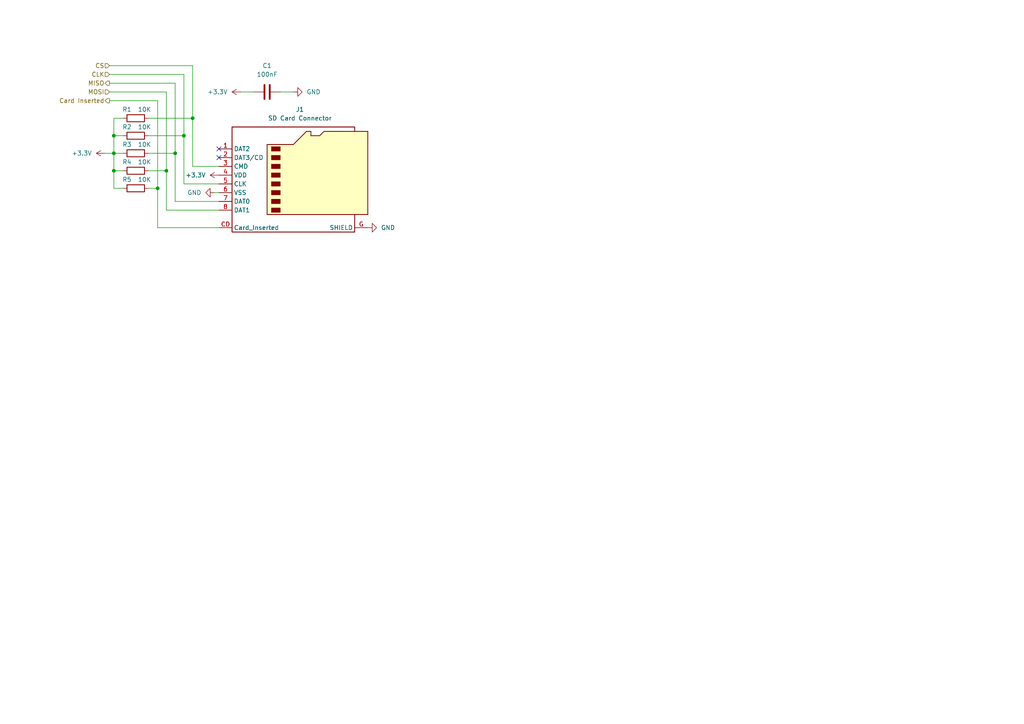
<source format=kicad_sch>
(kicad_sch (version 20230121) (generator eeschema)
  (paper "A4")
  (lib_symbols
    (symbol "Way to silence:C" (pin_numbers hide) (pin_names (offset 0.254))
      (property "Reference" "C" (at -3.81 1.27 0))
      (property "Value" "C" (at 2.54 1.27 0))
      (symbol "C_0_1"
        (polyline (pts (xy -0.762 -2.032) (xy -0.762 2.032)) (stroke (width 0.508)))
        (polyline (pts (xy 0.762 -2.032) (xy 0.762 2.032)) (stroke (width 0.508)))
      )
      (symbol "C_1_1"
        (pin passive line (at -3.81 0 0) (length 2.794) (name "~") (number "1"))
        (pin passive line (at 3.81 0 180) (length 2.794) (name "~") (number "2"))
      )
    )
    (symbol "Way to silence:R" (pin_numbers hide) (pin_names (offset 0))
      (property "Reference" "R" (at 0 2.032 0))
      (property "Value" "R" (at 0 0 0))
      (symbol "R_0_1"
        (rectangle (start 2.54 -1.016) (end -2.54 1.016) (stroke (width 0.254)))
      )
      (symbol "R_1_1"
        (pin passive line (at -3.81 0 0) (length 1.27) (name "~") (number "1"))
        (pin passive line (at 3.81 0 180) (length 1.27) (name "~") (number "2"))
      )
    )
    (symbol "Way to silence:SD_Card_Connector"
      (property "Reference" "J" (at 0 0 0))
      (property "Value" "SD Card Connector" (at 6.35 3.81 0))
      (symbol "SD_Card_Connector_0_1"
        (rectangle (start -8.89 -8.255) (end -6.35 -9.525) (fill (type outline)))
        (rectangle (start -8.89 -5.715) (end -6.35 -6.985) (fill (type outline)))
        (rectangle (start -8.89 -3.175) (end -6.35 -4.445) (fill (type outline)))
        (rectangle (start -8.89 -0.635) (end -6.35 -1.905) (fill (type outline)))
        (rectangle (start -8.89 1.905) (end -6.35 0.635) (fill (type outline)))
        (rectangle (start -8.89 4.445) (end -6.35 3.175) (fill (type outline)))
        (rectangle (start -8.89 6.985) (end -6.35 5.715) (fill (type outline)))
        (rectangle (start -8.89 9.525) (end -6.35 8.255) (fill (type outline)))
        (polyline (pts (xy 15.24 13.97) (xy 15.24 15.24) (xy -20.32 15.24) (xy -20.32 -15.24) (xy 15.24 -15.24) (xy 15.24 -10.16)) (stroke (width 0.254)))
        (polyline (pts (xy -10.16 -10.16) (xy -10.16 10.16) (xy -2.54 10.16) (xy 1.27 13.97) (xy 2.54 13.97) (xy 2.54 12.7) (xy 5.08 12.7) (xy 6.35 13.97) (xy 19.05 13.97) (xy 19.05 -10.16) (xy -10.16 -10.16)) (stroke (width 0.254)) (fill (type background)))
      )
      (symbol "SD_Card_Connector_1_1"
        (pin bidirectional line (at -24.13 8.89 0) (length 3.81) (name "DAT2") (number "1"))
        (pin bidirectional line (at -24.13 6.35 0) (length 3.81) (name "DAT3/CD") (number "2"))
        (pin input line (at -24.13 3.81 0) (length 3.81) (name "CMD") (number "3"))
        (pin power_in line (at -24.13 1.27 0) (length 3.81) (name "VDD") (number "4"))
        (pin input line (at -24.13 -1.27 0) (length 3.81) (name "CLK") (number "5"))
        (pin power_in line (at -24.13 -3.81 0) (length 3.81) (name "VSS") (number "6"))
        (pin bidirectional line (at -24.13 -6.35 0) (length 3.81) (name "DAT0") (number "7"))
        (pin bidirectional line (at -24.13 -8.89 0) (length 3.81) (name "DAT1") (number "8"))
        (pin output line (at -24.13 -13.97 0) (length 3.81) (name "Card_Inserted") (number "CD"))
        (pin passive line (at 19.05 -13.97 180) (length 3.81) (name "SHIELD") (number "G"))
      )
    )
    (symbol "power:+3.3V" (power) (pin_names (offset 0))
      (property "Value" "+3.3V" (at 0 3.556 0))
      (symbol "+3.3V_0_1"
        (polyline (pts (xy -0.762 1.27) (xy 0 2.54)))
        (polyline (pts (xy 0 0) (xy 0 2.54)))
        (polyline (pts (xy 0 2.54) (xy 0.762 1.27)))
      )
      (symbol "+3.3V_1_1"
        (pin power_in line (at 0 0 90) (length 0) hide (name "+3.3V") (number "1"))
      )
    )
    (symbol "power:GND" (power) (pin_names (offset 0))
      (property "Value" "GND" (at 0 -3.81 0))
      (symbol "GND_0_1"
        (polyline (pts (xy 0 0) (xy 0 -1.27) (xy 1.27 -1.27) (xy 0 -2.54) (xy -1.27 -1.27) (xy 0 -1.27)))
      )
      (symbol "GND_1_1"
        (pin power_in line (at 0 0 270) (length 0) hide (name "GND") (number "1"))
      )
    )
  )
  (junction (at 48.26 49.53))
  (junction (at 50.8 44.45))
  (junction (at 45.72 54.61))
  (junction (at 33.02 39.37))
  (junction (at 33.02 44.45))
  (junction (at 55.88 34.29))
  (junction (at 53.34 39.37))
  (junction (at 33.02 49.53))
  (no_connect (at 63.5 45.72))
  (no_connect (at 63.5 43.18))
  (wire (pts (xy 45.72 66.04) (xy 63.5 66.04)))
  (wire (pts (xy 53.34 21.59) (xy 31.75 21.59)))
  (wire (pts (xy 50.8 44.45) (xy 50.8 58.42)))
  (wire (pts (xy 43.18 44.45) (xy 50.8 44.45)))
  (wire (pts (xy 53.34 21.59) (xy 53.34 39.37)))
  (wire (pts (xy 48.26 26.67) (xy 48.26 49.53)))
  (wire (pts (xy 31.75 29.21) (xy 45.72 29.21)))
  (wire (pts (xy 33.02 49.53) (xy 33.02 44.45)))
  (wire (pts (xy 43.18 39.37) (xy 53.34 39.37)))
  (wire (pts (xy 33.02 54.61) (xy 33.02 49.53)))
  (wire (pts (xy 55.88 19.05) (xy 55.88 34.29)))
  (wire (pts (xy 63.5 53.34) (xy 53.34 53.34)))
  (wire (pts (xy 33.02 39.37) (xy 33.02 34.29)))
  (wire (pts (xy 69.85 26.67) (xy 73.66 26.67)))
  (wire (pts (xy 35.56 54.61) (xy 33.02 54.61)))
  (wire (pts (xy 33.02 44.45) (xy 35.56 44.45)))
  (wire (pts (xy 45.72 29.21) (xy 45.72 54.61)))
  (wire (pts (xy 55.88 34.29) (xy 55.88 48.26)))
  (wire (pts (xy 43.18 54.61) (xy 45.72 54.61)))
  (wire (pts (xy 33.02 49.53) (xy 35.56 49.53)))
  (wire (pts (xy 63.5 48.26) (xy 55.88 48.26)))
  (wire (pts (xy 50.8 24.13) (xy 50.8 44.45)))
  (wire (pts (xy 62.23 55.88) (xy 63.5 55.88)))
  (wire (pts (xy 31.75 26.67) (xy 48.26 26.67)))
  (wire (pts (xy 81.28 26.67) (xy 85.09 26.67)))
  (wire (pts (xy 30.48 44.45) (xy 33.02 44.45)))
  (wire (pts (xy 43.18 34.29) (xy 55.88 34.29)))
  (wire (pts (xy 33.02 44.45) (xy 33.02 39.37)))
  (wire (pts (xy 33.02 39.37) (xy 35.56 39.37)))
  (wire (pts (xy 33.02 34.29) (xy 35.56 34.29)))
  (wire (pts (xy 63.5 60.96) (xy 48.26 60.96)))
  (wire (pts (xy 31.75 24.13) (xy 50.8 24.13)))
  (wire (pts (xy 53.34 39.37) (xy 53.34 53.34)))
  (wire (pts (xy 50.8 58.42) (xy 63.5 58.42)))
  (wire (pts (xy 55.88 19.05) (xy 31.75 19.05)))
  (wire (pts (xy 45.72 54.61) (xy 45.72 66.04)))
  (wire (pts (xy 48.26 49.53) (xy 48.26 60.96)))
  (wire (pts (xy 43.18 49.53) (xy 48.26 49.53)))
  (hierarchical_label "MOSI" (shape input) (at 31.75 26.67 180))
  (hierarchical_label "Card Inserted" (shape output) (at 31.75 29.21 180))
  (hierarchical_label "CS" (shape input) (at 31.75 19.05 180))
  (hierarchical_label "CLK" (shape input) (at 31.75 21.59 180))
  (hierarchical_label "MISO" (shape output) (at 31.75 24.13 180))
  (symbol (lib_id "power:+3.3V") (at 30.48 44.45 90) (unit 1)
    (property "Reference" "#PWR02" (effects hide))
    (property "Value" "+3.3V" (at 26.67 44.45 90) (effects (justify left)))
  )
  (symbol (lib_id "Way to silence:R") (at 39.37 44.45 0) (unit 1)
    (property "Reference" "R3" (at 36.83 41.91 0))
    (property "Value" "10K" (at 41.91 41.91 0))
  )
  (symbol (lib_id "Way to silence:C") (at 77.47 26.67 0) (unit 1)
    (property "Reference" "C1" (at 77.47 19.05 0))
    (property "Value" "100nF" (at 77.47 21.59 0))
  )
  (symbol (lib_id "Way to silence:SD_Card_Connector") (at 87.63 52.07 0) (unit 1)
    (property "Reference" "J1" (at 86.995 31.75 0))
    (property "Value" "SD Card Connector" (at 86.995 34.29 0))
    (property "Footprint" "Way to silence:SD_Card_Connector" (effects hide))
    (property "Datasheet" "https://datasheet.lcsc.com/lcsc/2209051730_G-Switch-GT-TF003-H0185-02_C5155564.pdf" (effects hide))
    (property "LCSC" "C5155564" (effects hide))
  )
  (symbol (lib_id "power:GND") (at 62.23 55.88 270) (unit 1)
    (property "Reference" "#PWR01" (effects hide))
    (property "Value" "GND" (at 58.42 55.88 90) (effects (justify right)))
  )
  (symbol (lib_id "power:GND") (at 106.68 66.04 90) (unit 1)
    (property "Reference" "#PWR03" (effects hide))
    (property "Value" "GND" (at 110.49 66.04 90) (effects (justify right)))
  )
  (symbol (lib_id "Way to silence:R") (at 39.37 39.37 0) (unit 1)
    (property "Reference" "R2" (at 36.83 36.83 0))
    (property "Value" "10K" (at 41.91 36.83 0))
  )
  (symbol (lib_id "power:GND") (at 85.09 26.67 90) (unit 1)
    (property "Reference" "#PWR05" (effects hide))
    (property "Value" "GND" (at 88.9 26.67 90) (effects (justify right)))
  )
  (symbol (lib_id "Way to silence:R") (at 39.37 49.53 0) (unit 1)
    (property "Reference" "R4" (at 36.83 46.99 0))
    (property "Value" "10K" (at 41.91 46.99 0))
  )
  (symbol (lib_id "Way to silence:R") (at 39.37 54.61 0) (unit 1)
    (property "Reference" "R5" (at 36.83 52.07 0))
    (property "Value" "10K" (at 41.91 52.07 0))
  )
  (symbol (lib_id "power:+3.3V") (at 69.85 26.67 90) (unit 1)
    (property "Reference" "#PWR08" (effects hide))
    (property "Value" "+3.3V" (at 66.04 26.67 90) (effects (justify left)))
  )
  (symbol (lib_id "Way to silence:R") (at 39.37 34.29 0) (unit 1)
    (property "Reference" "R1" (at 36.83 31.75 0))
    (property "Value" "10K" (at 41.91 31.75 0))
  )
  (symbol (lib_id "power:+3.3V") (at 63.5 50.8 90) (unit 1)
    (property "Reference" "#PWR07" (effects hide))
    (property "Value" "+3.3V" (at 59.69 50.8 90) (effects (justify left)))
  )
)
</source>
